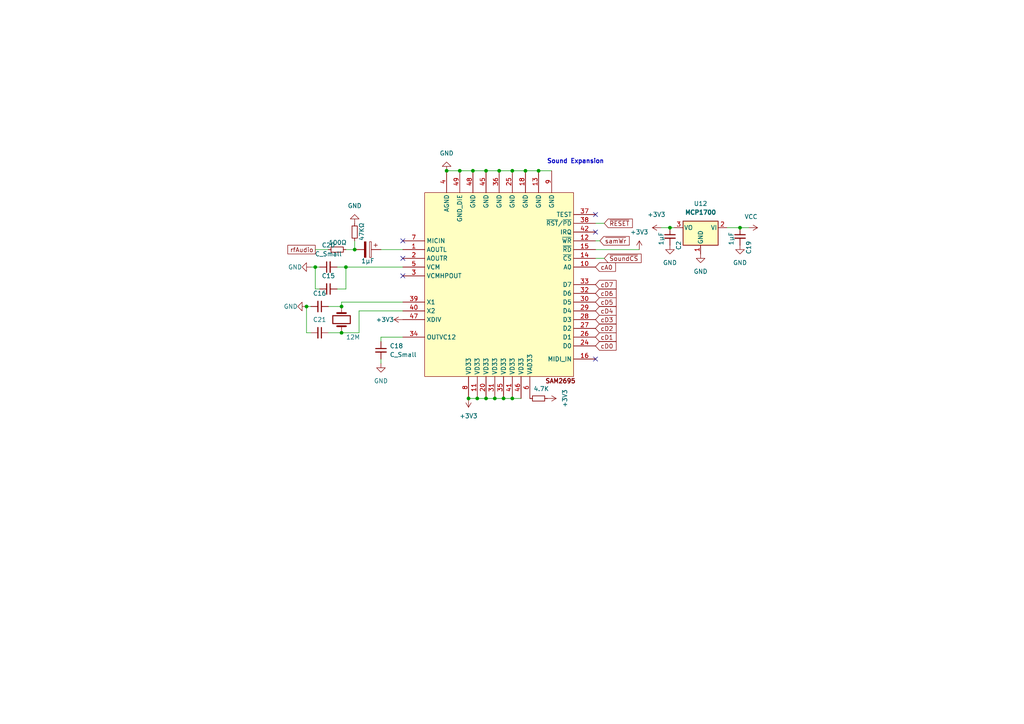
<source format=kicad_sch>
(kicad_sch (version 20250114) (generator "eeschema") (generator_version "9.0")
  (paper "A4")
  (lib_symbols
    (symbol "Device:C_Polarized" (pin_numbers (hide yes)) (pin_names (offset 0.254))
      (property "Reference" "C" (at 0.635 2.54 0))
      (property "Value" "C_Polarized" (at 0.635 -2.54 0))
      (symbol "C_Polarized_0_1"
        (rectangle (start -2.286 0.508) (end 2.286 1.016))
        (polyline (pts (xy -1.778 2.286) (xy -0.762 2.286)))
        (polyline (pts (xy -1.27 2.794) (xy -1.27 1.778)))
        (rectangle (start 2.286 -0.508) (end -2.286 -1.016) (fill (type outline)))
      )
      (symbol "C_Polarized_1_1"
        (pin passive line (at 0 3.81 270) (length 2.794) (name "~") (number "1"))
        (pin passive line (at 0 -3.81 90) (length 2.794) (name "~") (number "2"))
      )
    )
    (symbol "Device:C_Small" (pin_numbers (hide yes)) (pin_names (offset 0.254) (hide yes))
      (property "Reference" "C" (at 0.254 1.778 0))
      (property "Value" "C_Small" (at 0.254 -2.032 0))
      (symbol "C_Small_0_1"
        (polyline (pts (xy -1.524 0.508) (xy 1.524 0.508)) (stroke (width 0.3048)))
        (polyline (pts (xy -1.524 -0.508) (xy 1.524 -0.508)) (stroke (width 0.3302)))
      )
      (symbol "C_Small_1_1"
        (pin passive line (at 0 2.54 270) (length 2.032) (name "~") (number "1"))
        (pin passive line (at 0 -2.54 90) (length 2.032) (name "~") (number "2"))
      )
    )
    (symbol "Device:Crystal" (pin_numbers (hide yes)) (pin_names (offset 1.016) (hide yes))
      (property "Reference" "Y" (at 0 3.81 0))
      (property "Value" "Crystal" (at 0 -3.81 0))
      (symbol "Crystal_0_1"
        (polyline (pts (xy -2.54 0) (xy -1.905 0)))
        (polyline (pts (xy -1.905 -1.27) (xy -1.905 1.27)) (stroke (width 0.508)))
        (rectangle (start -1.143 2.54) (end 1.143 -2.54) (stroke (width 0.3048)))
        (polyline (pts (xy 1.905 -1.27) (xy 1.905 1.27)) (stroke (width 0.508)))
        (polyline (pts (xy 2.54 0) (xy 1.905 0)))
      )
      (symbol "Crystal_1_1"
        (pin passive line (at -3.81 0 0) (length 1.27) (name "1") (number "1"))
        (pin passive line (at 3.81 0 180) (length 1.27) (name "2") (number "2"))
      )
    )
    (symbol "Device:R_Small" (pin_numbers (hide yes)) (pin_names (offset 0.254) (hide yes))
      (property "Reference" "R" (at 0.762 0.508 0))
      (property "Value" "R_Small" (at 0.762 -1.016 0))
      (symbol "R_Small_0_1"
        (rectangle (start -0.762 1.778) (end 0.762 -1.778) (stroke (width 0.2032)))
      )
      (symbol "R_Small_1_1"
        (pin passive line (at 0 2.54 270) (length 0.762) (name "~") (number "1"))
        (pin passive line (at 0 -2.54 90) (length 0.762) (name "~") (number "2"))
      )
    )
    (symbol "Regulator_Linear:MCP1700x-330xxTO" (pin_names (offset 0.254))
      (property "Reference" "U" (at -3.81 -3.175 0))
      (property "Value" "MCP1700x-330xxTO" (at 0 -3.175 0))
      (symbol "MCP1700x-330xxTO_0_1"
        (rectangle (start -5.08 5.08) (end 5.08 -1.905) (stroke (width 0.254)) (fill (type background)))
      )
      (symbol "MCP1700x-330xxTO_1_1"
        (pin power_in line (at -7.62 0 0) (length 2.54) (name "VI") (number "2"))
        (pin power_in line (at 0 7.62 270) (length 2.54) (name "GND") (number "1"))
        (pin power_out line (at 7.62 0 180) (length 2.54) (name "VO") (number "3"))
      )
    )
    (symbol "Smal:SAM2695"
      (property "Reference" "U" (at -19.05 67.31 0))
      (symbol "SAM2695_1_1"
        (rectangle (start -19.05 63.5) (end 24.13 10.16) (fill (type background)))
        (text "SAM2695\n" (at -15.24 64.77 0) (effects (font (size 1.27 1.27) (bold yes))))
        (pin input line (at -25.4 58.42 0) (length 6.35) (name "MIDI_IN") (number "16"))
        (pin bidirectional line (at -25.4 54.61 0) (length 6.35) (name "D0") (number "24"))
        (pin bidirectional line (at -25.4 52.07 0) (length 6.35) (name "D1") (number "26"))
        (pin bidirectional line (at -25.4 49.53 0) (length 6.35) (name "D2") (number "27"))
        (pin bidirectional line (at -25.4 46.99 0) (length 6.35) (name "D3") (number "28"))
        (pin bidirectional line (at -25.4 44.45 0) (length 6.35) (name "D4") (number "29"))
        (pin bidirectional line (at -25.4 41.91 0) (length 6.35) (name "D5") (number "30"))
        (pin bidirectional line (at -25.4 39.37 0) (length 6.35) (name "D6") (number "32"))
        (pin bidirectional line (at -25.4 36.83 0) (length 6.35) (name "D7") (number "33"))
        (pin input line (at -25.4 31.75 0) (length 6.35) (name "A0") (number "10"))
        (pin input line (at -25.4 29.21 0) (length 6.35) (name "~{CS}") (number "14"))
        (pin input line (at -25.4 26.67 0) (length 6.35) (name "~{RD}") (number "15"))
        (pin input line (at -25.4 24.13 0) (length 6.35) (name "~{WR}") (number "12"))
        (pin output line (at -25.4 21.59 0) (length 6.35) (name "IRQ") (number "42"))
        (pin input line (at -25.4 19.05 0) (length 6.35) (name "~{RST}/~{PD}") (number "38"))
        (pin input line (at -25.4 16.51 0) (length 6.35) (name "TEST") (number "37"))
        (pin power_in line (at -12.7 3.81 90) (length 6.35) (name "GND") (number "9"))
        (pin power_in line (at -8.89 3.81 90) (length 6.35) (name "GND") (number "13"))
        (pin power_in line (at -6.35 69.85 270) (length 6.35) (name "VAD33") (number "6"))
        (pin power_in line (at -5.08 3.81 90) (length 6.35) (name "GND") (number "18"))
        (pin power_in line (at -3.81 69.85 270) (length 6.35) (name "VD33") (number "46"))
        (pin power_in line (at -1.27 69.85 270) (length 6.35) (name "VD33") (number "41"))
        (pin power_in line (at -1.27 3.81 90) (length 6.35) (name "GND") (number "25"))
        (pin power_in line (at 1.27 69.85 270) (length 6.35) (name "VD33") (number "35"))
        (pin power_in line (at 2.54 3.81 90) (length 6.35) (name "GND") (number "36"))
        (pin power_in line (at 3.81 69.85 270) (length 6.35) (name "VD33") (number "31"))
        (pin power_in line (at 6.35 69.85 270) (length 6.35) (name "VD33") (number "20"))
        (pin power_in line (at 6.35 3.81 90) (length 6.35) (name "GND") (number "45"))
        (pin power_in line (at 8.89 69.85 270) (length 6.35) (name "VD33") (number "11"))
        (pin power_in line (at 10.16 3.81 90) (length 6.35) (name "GND") (number "48"))
        (pin power_in line (at 11.43 69.85 270) (length 6.35) (name "VD33") (number "8"))
        (pin power_in line (at 13.97 3.81 90) (length 6.35) (name "GND_DIE") (number "49"))
        (pin power_in line (at 17.78 3.81 90) (length 6.35) (name "AGND") (number "4"))
        (pin power_out line (at 30.48 52.07 180) (length 6.35) (name "OUTVC12") (number "34"))
        (pin input line (at 30.48 46.99 180) (length 6.35) (name "XDIV") (number "47"))
        (pin passive line (at 30.48 44.45 180) (length 6.35) (name "X2") (number "40"))
        (pin passive line (at 30.48 41.91 180) (length 6.35) (name "X1") (number "39"))
        (pin output line (at 30.48 34.29 180) (length 6.35) (name "VCMHPOUT") (number "3"))
        (pin output line (at 30.48 31.75 180) (length 6.35) (name "VCM") (number "5"))
        (pin output line (at 30.48 29.21 180) (length 6.35) (name "AOUTR") (number "2"))
        (pin output line (at 30.48 26.67 180) (length 6.35) (name "AOUTL") (number "1"))
        (pin input line (at 30.48 24.13 180) (length 6.35) (name "MICIN") (number "7"))
        (pin no_connect line (at 63.5 50.8 0) (length 6.35) (hide yes) (name "NC") (number "17"))
        (pin no_connect line (at 63.5 48.26 0) (length 6.35) (hide yes) (name "NC") (number "19"))
        (pin no_connect line (at 63.5 45.72 0) (length 6.35) (hide yes) (name "NC") (number "21"))
        (pin no_connect line (at 63.5 43.18 0) (length 6.35) (hide yes) (name "NC") (number "22"))
        (pin no_connect line (at 63.5 40.64 0) (length 6.35) (hide yes) (name "NC") (number "23"))
        (pin no_connect line (at 63.5 38.1 0) (length 6.35) (hide yes) (name "NC") (number "43"))
        (pin no_connect line (at 63.5 35.56 0) (length 6.35) (hide yes) (name "NC") (number "44"))
      )
    )
    (symbol "power:+3V3" (power) (pin_names (offset 0))
      (property "Value" "+3V3" (at 0 3.556 0))
      (symbol "+3V3_0_1"
        (polyline (pts (xy -0.762 1.27) (xy 0 2.54)))
        (polyline (pts (xy 0 2.54) (xy 0.762 1.27)))
        (polyline (pts (xy 0 0) (xy 0 2.54)))
      )
      (symbol "+3V3_1_1"
        (pin power_in line (at 0 0 90) (length 0) (hide yes) (name "+3V3") (number "1"))
      )
    )
    (symbol "power:GND" (power) (pin_names (offset 0))
      (property "Value" "GND" (at 0 -3.81 0))
      (symbol "GND_0_1"
        (polyline (pts (xy 0 0) (xy 0 -1.27) (xy 1.27 -1.27) (xy 0 -2.54) (xy -1.27 -1.27) (xy 0 -1.27)))
      )
      (symbol "GND_1_1"
        (pin power_in line (at 0 0 270) (length 0) (hide yes) (name "GND") (number "1"))
      )
    )
    (symbol "power:VCC" (power) (pin_names (offset 0))
      (property "Value" "VCC" (at 0 3.81 0))
      (symbol "VCC_0_1"
        (polyline (pts (xy -0.762 1.27) (xy 0 2.54)))
        (polyline (pts (xy 0 2.54) (xy 0.762 1.27)))
        (polyline (pts (xy 0 0) (xy 0 2.54)))
      )
      (symbol "VCC_1_1"
        (pin power_in line (at 0 0 90) (length 0) (hide yes) (name "VCC") (number "1"))
      )
    )
  )
  (text "Sound Expansion" (at 175.26 47.625 0) (effects (font (size 1.27 1.27) (thickness 0.254) (bold yes)) (justify right bottom)))
  (junction (at 144.78 49.53))
  (junction (at 194.31 66.04))
  (junction (at 102.87 72.39))
  (junction (at 140.97 115.57))
  (junction (at 133.35 49.53))
  (junction (at 137.16 49.53))
  (junction (at 91.44 77.47))
  (junction (at 129.54 49.53))
  (junction (at 146.05 115.57))
  (junction (at 100.33 77.47))
  (junction (at 140.97 49.53))
  (junction (at 148.59 49.53))
  (junction (at 152.4 49.53))
  (junction (at 148.59 115.57))
  (junction (at 138.43 115.57))
  (junction (at 156.21 49.53))
  (junction (at 214.63 66.04))
  (junction (at 88.9 88.9))
  (junction (at 99.06 88.9))
  (junction (at 135.89 115.57))
  (junction (at 99.06 96.52))
  (junction (at 143.51 115.57))
  (no_connect (at 116.84 69.85))
  (no_connect (at 172.72 62.23))
  (no_connect (at 116.84 74.93))
  (no_connect (at 116.84 80.01))
  (no_connect (at 172.72 67.31))
  (no_connect (at 172.72 104.14))
  (wire (pts (xy 140.97 115.57) (xy 143.51 115.57)))
  (wire (pts (xy 138.43 115.57) (xy 140.97 115.57)))
  (wire (pts (xy 140.97 49.53) (xy 144.78 49.53)))
  (wire (pts (xy 173.99 69.85) (xy 172.72 69.85)))
  (wire (pts (xy 100.33 72.39) (xy 102.87 72.39)))
  (wire (pts (xy 175.26 64.77) (xy 172.72 64.77)))
  (wire (pts (xy 100.33 77.47) (xy 116.84 77.47)))
  (wire (pts (xy 91.44 72.39) (xy 95.25 72.39)))
  (wire (pts (xy 129.54 49.53) (xy 133.35 49.53)))
  (wire (pts (xy 116.84 90.17) (xy 104.14 90.17)))
  (wire (pts (xy 194.31 66.04) (xy 195.58 66.04)))
  (wire (pts (xy 217.17 66.04) (xy 214.63 66.04)))
  (wire (pts (xy 95.25 88.9) (xy 99.06 88.9)))
  (wire (pts (xy 152.4 49.53) (xy 156.21 49.53)))
  (wire (pts (xy 91.44 77.47) (xy 91.44 83.82)))
  (wire (pts (xy 104.14 90.17) (xy 104.14 96.52)))
  (wire (pts (xy 146.05 115.57) (xy 148.59 115.57)))
  (wire (pts (xy 148.59 115.57) (xy 151.13 115.57)))
  (wire (pts (xy 102.87 69.85) (xy 102.87 72.39)))
  (wire (pts (xy 156.21 49.53) (xy 160.02 49.53)))
  (wire (pts (xy 110.49 97.79) (xy 116.84 97.79)))
  (wire (pts (xy 185.42 72.39) (xy 172.72 72.39)))
  (wire (pts (xy 135.89 115.57) (xy 138.43 115.57)))
  (wire (pts (xy 88.9 96.52) (xy 90.17 96.52)))
  (wire (pts (xy 148.59 49.53) (xy 152.4 49.53)))
  (wire (pts (xy 100.33 77.47) (xy 100.33 83.82)))
  (wire (pts (xy 95.25 96.52) (xy 99.06 96.52)))
  (wire (pts (xy 92.71 77.47) (xy 91.44 77.47)))
  (wire (pts (xy 191.77 66.04) (xy 194.31 66.04)))
  (wire (pts (xy 88.9 88.9) (xy 90.17 88.9)))
  (wire (pts (xy 110.49 104.14) (xy 110.49 105.41)))
  (wire (pts (xy 133.35 49.53) (xy 137.16 49.53)))
  (wire (pts (xy 137.16 49.53) (xy 140.97 49.53)))
  (wire (pts (xy 175.26 74.93) (xy 172.72 74.93)))
  (wire (pts (xy 97.79 83.82) (xy 100.33 83.82)))
  (wire (pts (xy 104.14 96.52) (xy 99.06 96.52)))
  (wire (pts (xy 97.79 77.47) (xy 100.33 77.47)))
  (wire (pts (xy 99.06 87.63) (xy 116.84 87.63)))
  (wire (pts (xy 99.06 87.63) (xy 99.06 88.9)))
  (wire (pts (xy 110.49 97.79) (xy 110.49 99.06)))
  (wire (pts (xy 110.49 72.39) (xy 116.84 72.39)))
  (wire (pts (xy 90.17 77.47) (xy 91.44 77.47)))
  (wire (pts (xy 143.51 115.57) (xy 146.05 115.57)))
  (wire (pts (xy 214.63 66.04) (xy 210.82 66.04)))
  (wire (pts (xy 88.9 88.9) (xy 88.9 96.52)))
  (wire (pts (xy 92.71 83.82) (xy 91.44 83.82)))
  (wire (pts (xy 144.78 49.53) (xy 148.59 49.53)))
  (global_label "cD2" (shape input) (at 172.72 95.25 0) (property "Intersheetrefs" "${INTERSHEET_REFS}" (effects (hide yes))))
  (global_label "~{RESET}" (shape input) (at 175.26 64.77 0) (property "Intersheetrefs" "${INTERSHEET_REFS}" (effects (hide yes))))
  (global_label "cD3" (shape input) (at 172.72 92.71 0) (property "Intersheetrefs" "${INTERSHEET_REFS}" (effects (hide yes))))
  (global_label "cD0" (shape input) (at 172.72 100.33 0) (property "Intersheetrefs" "${INTERSHEET_REFS}" (effects (hide yes))))
  (global_label "cD7" (shape input) (at 172.72 82.55 0) (property "Intersheetrefs" "${INTERSHEET_REFS}" (effects (hide yes))))
  (global_label "cA0" (shape input) (at 172.72 77.47 0) (property "Intersheetrefs" "${INTERSHEET_REFS}" (effects (hide yes))))
  (global_label "cD4" (shape input) (at 172.72 90.17 0) (property "Intersheetrefs" "${INTERSHEET_REFS}" (effects (hide yes))))
  (global_label "cD1" (shape input) (at 172.72 97.79 0) (property "Intersheetrefs" "${INTERSHEET_REFS}" (effects (hide yes))))
  (global_label "rfAudio" (shape passive) (at 91.44 72.39 180) (property "Intersheetrefs" "${INTERSHEET_REFS}" (effects (hide yes))))
  (global_label "~{SoundCS}" (shape input) (at 175.26 74.93 0) (property "Intersheetrefs" "${INTERSHEET_REFS}" (effects (hide yes))))
  (global_label "cD5" (shape input) (at 172.72 87.63 0) (property "Intersheetrefs" "${INTERSHEET_REFS}" (effects (hide yes))))
  (global_label "cD6" (shape input) (at 172.72 85.09 0) (property "Intersheetrefs" "${INTERSHEET_REFS}" (effects (hide yes))))
  (global_label "~{samWr}" (shape input) (at 173.99 69.85 0) (property "Intersheetrefs" "${INTERSHEET_REFS}" (effects (hide yes))))
  (symbol (lib_id "Device:C_Small") (at 194.31 68.58 0) (unit 1)
    (property "Reference" "C2" (at 196.85 69.85 90) (effects (justify right)))
    (property "Value" "1µF" (at 191.77 67.31 90) (effects (justify right)))
    (property "Footprint" "Capacitor_SMD:C_0805_2012Metric_Pad1.18x1.45mm_HandSolder" (effects (hide yes)))
  )
  (symbol (lib_id "Device:R_Small") (at 97.79 72.39 90) (unit 1)
    (property "Reference" "R2" (effects (hide yes)))
    (property "Value" "100Ω" (at 100.584 70.358 90) (effects (justify left)))
    (property "Footprint" "PCM_Resistor_SMD_AKL:R_0603_1608Metric_Pad1.05x0.95mm_HandSolder" (effects (hide yes)))
  )
  (symbol (lib_id "power:+3V3") (at 158.75 115.57 270) (unit 1)
    (property "Reference" "#PWR042" (effects (hide yes)))
    (property "Value" "+3V3" (at 163.83 115.57 0))
  )
  (symbol (lib_id "power:GND") (at 90.17 77.47 270) (unit 1)
    (property "Reference" "#PWR033" (effects (hide yes)))
    (property "Value" "GND" (at 87.63 77.47 90) (effects (justify right)))
  )
  (symbol (lib_id "power:GND") (at 88.9 88.9 270) (unit 1)
    (property "Reference" "#PWR036" (effects (hide yes)))
    (property "Value" "GND" (at 86.36 88.9 90) (effects (justify right)))
  )
  (symbol (lib_id "power:+3V3") (at 116.84 92.71 90) (unit 1)
    (property "Reference" "#PWR035" (effects (hide yes)))
    (property "Value" "+3V3" (at 114.3 92.71 90) (effects (justify left)))
  )
  (symbol (lib_id "power:GND") (at 129.54 49.53 180) (unit 1)
    (property "Reference" "#PWR038" (effects (hide yes)))
    (property "Value" "GND" (at 129.54 44.45 0))
  )
  (symbol (lib_id "power:VCC") (at 217.17 66.04 270) (unit 1)
    (property "Reference" "#PWR052" (effects (hide yes)))
    (property "Value" "VCC" (at 215.9 62.865 90) (effects (justify left)))
  )
  (symbol (lib_id "power:GND") (at 203.2 73.66 0) (unit 1)
    (property "Reference" "#PWR050" (effects (hide yes)))
    (property "Value" "GND" (at 203.2 78.74 0))
  )
  (symbol (lib_id "power:GND") (at 214.63 71.12 0) (unit 1)
    (property "Reference" "#PWR051" (effects (hide yes)))
    (property "Value" "GND" (at 214.63 76.2 0))
  )
  (symbol (lib_id "power:+3V3") (at 135.89 115.57 180) (unit 1)
    (property "Reference" "#PWR041" (effects (hide yes)))
    (property "Value" "+3V3" (at 135.89 120.65 0))
  )
  (symbol (lib_id "Smal:SAM2695") (at 147.32 45.72 180) (unit 1)
    (property "Reference" "U11" (effects (hide yes)))
    (property "Value" "SAM2695" (effects (hide yes)))
    (property "Footprint" "Package_DFN_QFN:QFN-48-1EP_6x6mm_P0.4mm_EP4.2x4.2mm" (effects (hide yes)))
  )
  (symbol (lib_id "power:GND") (at 102.87 64.77 180) (unit 1)
    (property "Reference" "#PWR037" (effects (hide yes)))
    (property "Value" "GND" (at 102.87 59.69 0))
  )
  (symbol (lib_id "Device:C_Small") (at 92.71 88.9 270) (mirror x) (unit 1)
    (property "Reference" "C16" (at 92.7036 85.09 90))
    (property "Value" "C_Small" (effects (hide yes)))
    (property "Footprint" "Capacitor_SMD:C_0603_1608Metric_Pad1.08x0.95mm_HandSolder" (effects (hide yes)))
  )
  (symbol (lib_id "Device:C_Small") (at 92.71 96.52 270) (mirror x) (unit 1)
    (property "Reference" "C21" (at 92.7036 92.71 90))
    (property "Value" "C_Small" (effects (hide yes)))
    (property "Footprint" "Capacitor_SMD:C_0603_1608Metric_Pad1.08x0.95mm_HandSolder" (effects (hide yes)))
  )
  (symbol (lib_id "power:+3V3") (at 191.77 66.04 90) (unit 1)
    (property "Reference" "#PWR044" (effects (hide yes)))
    (property "Value" "+3V3" (at 193.04 62.23 90) (effects (justify left)))
  )
  (symbol (lib_id "power:+3V3") (at 185.42 72.39 0) (unit 1)
    (property "Reference" "#PWR043" (effects (hide yes)))
    (property "Value" "+3V3" (at 185.42 67.31 0))
  )
  (symbol (lib_id "Device:C_Polarized") (at 106.68 72.39 270) (unit 1)
    (property "Reference" "C17" (effects (hide yes)))
    (property "Value" "1µF" (at 106.68 75.692 90))
    (property "Footprint" "Capacitor_SMD:C_0805_2012Metric_Pad1.18x1.45mm_HandSolder" (effects (hide yes)))
  )
  (symbol (lib_id "Device:R_Small") (at 102.87 67.31 180) (unit 1)
    (property "Reference" "R3" (effects (hide yes)))
    (property "Value" "47KΩ" (at 104.902 64.516 90) (effects (justify left)))
    (property "Footprint" "PCM_Resistor_SMD_AKL:R_0603_1608Metric_Pad1.05x0.95mm_HandSolder" (effects (hide yes)))
  )
  (symbol (lib_id "Device:Crystal") (at 99.06 92.71 90) (unit 1)
    (property "Reference" "Y1" (effects (hide yes)))
    (property "Value" "12M" (at 100.33 97.79 90) (effects (justify right)))
    (property "Footprint" "Crystal:Crystal_HC49-4H_Vertical" (effects (hide yes)))
  )
  (symbol (lib_id "Device:R_Small") (at 156.21 115.57 270) (unit 1)
    (property "Reference" "R4" (effects (hide yes)))
    (property "Value" "4.7K" (at 159.258 112.776 90) (effects (justify right)))
    (property "Footprint" "PCM_Resistor_SMD_AKL:R_0603_1608Metric_Pad1.05x0.95mm_HandSolder" (effects (hide yes)))
  )
  (symbol (lib_id "Device:C_Small") (at 95.25 83.82 270) (mirror x) (unit 1)
    (property "Reference" "C15" (at 95.2436 80.01 90))
    (property "Value" "C_Small" (effects (hide yes)))
    (property "Footprint" "Capacitor_SMD:C_0603_1608Metric_Pad1.08x0.95mm_HandSolder" (effects (hide yes)))
  )
  (symbol (lib_id "Device:C_Small") (at 95.25 77.47 90) (unit 1)
    (property "Reference" "C20" (at 95.2563 71.12 90))
    (property "Value" "C_Small" (at 95.2563 73.66 90))
    (property "Footprint" "Capacitor_SMD:C_0805_2012Metric_Pad1.18x1.45mm_HandSolder" (effects (hide yes)))
    (property "Description" "Unpolarized capacitor, small symbol" (effects (hide yes)))
  )
  (symbol (lib_id "power:GND") (at 194.31 71.12 0) (unit 1)
    (property "Reference" "#PWR047" (effects (hide yes)))
    (property "Value" "GND" (at 194.31 76.2 0))
  )
  (symbol (lib_id "Device:C_Small") (at 214.63 68.58 0) (unit 1)
    (property "Reference" "C19" (at 217.17 69.85 90) (effects (justify right)))
    (property "Value" "1µF" (at 212.09 67.31 90) (effects (justify right)))
    (property "Footprint" "Capacitor_SMD:C_0805_2012Metric_Pad1.18x1.45mm_HandSolder" (effects (hide yes)))
  )
  (symbol (lib_id "Device:C_Small") (at 110.49 101.6 0) (unit 1)
    (property "Reference" "C18" (at 113.03 100.3362 0) (effects (justify left)))
    (property "Value" "C_Small" (at 113.03 102.8762 0) (effects (justify left)))
    (property "Footprint" "Capacitor_SMD:C_0805_2012Metric_Pad1.18x1.45mm_HandSolder" (effects (hide yes)))
    (property "Description" "Unpolarized capacitor, small symbol" (effects (hide yes)))
  )
  (symbol (lib_id "Regulator_Linear:MCP1700x-330xxTO") (at 203.2 66.04 180) (unit 1)
    (property "Reference" "U12" (at 203.2 59.055 0))
    (property "Value" "MCP1700" (at 203.2 61.595 0) (effects (font (thickness 0.254) (bold yes))))
    (property "Footprint" "Package_TO_SOT_SMD:SOT-89-3_Handsoldering" (effects (hide yes)))
    (property "Datasheet" "http://ww1.microchip.com/downloads/en/DeviceDoc/20001826D.pdf" (effects (hide yes)))
  )
  (symbol (lib_id "power:GND") (at 110.49 105.41 0) (unit 1)
    (property "Reference" "#PWR032" (effects (hide yes)))
    (property "Value" "GND" (at 110.49 110.49 0))
  )
)
</source>
